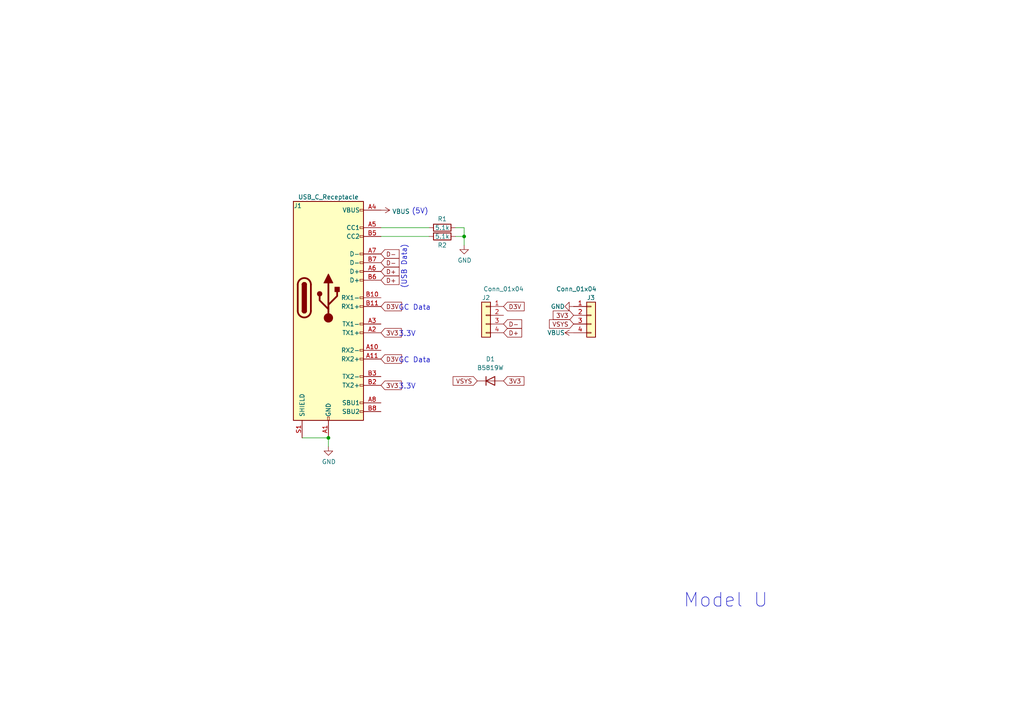
<source format=kicad_sch>
(kicad_sch (version 20211123) (generator eeschema)
  (paper "A4")
  (title_block (title "Model U") (date "2021-09-18") (rev "v3") (company "Crane's Lab"))
  (lib_symbols
    (symbol "Device:D" (pin_numbers hide) (pin_names (offset 1.016) hide)
      (property "Reference" "D" (at 0 2.54 0))
      (property "Value" "D" (at 0 -2.54 0))
      (symbol "D_0_1"
        (polyline (pts (xy -1.27 1.27) (xy -1.27 -1.27)) (stroke (width 0.254)))
        (polyline (pts (xy 1.27 0) (xy -1.27 0)))
        (polyline (pts (xy 1.27 1.27) (xy 1.27 -1.27) (xy -1.27 0) (xy 1.27 1.27)) (stroke (width 0.254)))
      )
      (symbol "D_1_1"
        (pin passive line (at -3.81 0 0) (length 2.54) (name "K") (number "1"))
        (pin passive line (at 3.81 0 180) (length 2.54) (name "A") (number "2"))
      )
    )
    (symbol "Device:R" (pin_numbers hide) (pin_names (offset 0))
      (property "Reference" "R" (at 2.032 0 90))
      (property "Value" "R" (at 0 0 90))
      (symbol "R_0_1"
        (rectangle (start -1.016 -2.54) (end 1.016 2.54) (stroke (width 0.254)))
      )
      (symbol "R_1_1"
        (pin passive line (at 0 3.81 270) (length 1.27) (name "~") (number "1"))
        (pin passive line (at 0 -3.81 90) (length 1.27) (name "~") (number "2"))
      )
    )
    (symbol "Model-U-rescue:Conn_01x04-Model_S" (pin_names (offset 1.016) hide)
      (property "Reference" "J" (at 0 5.08 0))
      (property "Value" "Conn_01x04-Model_S" (at 0 -7.62 0))
      (symbol "Conn_01x04-Model_S_1_1"
        (rectangle (start -1.27 -4.953) (end 0 -5.207) (stroke (width 0.1524)))
        (rectangle (start -1.27 -2.413) (end 0 -2.667) (stroke (width 0.1524)))
        (rectangle (start -1.27 0.127) (end 0 -0.127) (stroke (width 0.1524)))
        (rectangle (start -1.27 2.667) (end 0 2.413) (stroke (width 0.1524)))
        (rectangle (start -1.27 3.81) (end 1.27 -6.35) (stroke (width 0.254)) (fill (type background)))
        (pin passive line (at -5.08 2.54 0) (length 3.81) (name "Pin_1") (number "1"))
        (pin passive line (at -5.08 0 0) (length 3.81) (name "Pin_2") (number "2"))
        (pin passive line (at -5.08 -2.54 0) (length 3.81) (name "Pin_3") (number "3"))
        (pin passive line (at -5.08 -5.08 0) (length 3.81) (name "Pin_4") (number "4"))
      )
    )
    (symbol "Model-U-rescue:GND-Model_S" (power) (pin_names (offset 0))
      (property "Value" "GND-Model_S" (at 0 -3.81 0))
      (symbol "GND-Model_S_0_1"
        (polyline (pts (xy 0 0) (xy 0 -1.27) (xy 1.27 -1.27) (xy 0 -2.54) (xy -1.27 -1.27) (xy 0 -1.27)))
      )
      (symbol "GND-Model_S_1_1"
        (pin power_in line (at 0 0 270) (length 0) hide (name "GND") (number "1"))
      )
    )
    (symbol "Model-U-rescue:USB_C_Receptacle-Model_S" (pin_names (offset 1.016))
      (property "Reference" "J" (at -10.16 29.21 0))
      (property "Value" "USB_C_Receptacle-Model_S" (at 10.16 29.21 0))
      (symbol "USB_C_Receptacle-Model_S_0_0"
        (rectangle (start -0.254 -35.56) (end 0.254 -34.544))
        (rectangle (start 10.16 -32.766) (end 9.144 -33.274))
        (rectangle (start 10.16 -30.226) (end 9.144 -30.734))
        (rectangle (start 10.16 -25.146) (end 9.144 -25.654))
        (rectangle (start 10.16 -22.606) (end 9.144 -23.114))
        (rectangle (start 10.16 -17.526) (end 9.144 -18.034))
        (rectangle (start 10.16 -14.986) (end 9.144 -15.494))
        (rectangle (start 10.16 -9.906) (end 9.144 -10.414))
        (rectangle (start 10.16 -7.366) (end 9.144 -7.874))
        (rectangle (start 10.16 -2.286) (end 9.144 -2.794))
        (rectangle (start 10.16 0.254) (end 9.144 -0.254))
        (rectangle (start 10.16 5.334) (end 9.144 4.826))
        (rectangle (start 10.16 7.874) (end 9.144 7.366))
        (rectangle (start 10.16 10.414) (end 9.144 9.906))
        (rectangle (start 10.16 12.954) (end 9.144 12.446))
        (rectangle (start 10.16 18.034) (end 9.144 17.526))
        (rectangle (start 10.16 20.574) (end 9.144 20.066))
        (rectangle (start 10.16 25.654) (end 9.144 25.146))
      )
      (symbol "USB_C_Receptacle-Model_S_0_1"
        (rectangle (start -10.16 27.94) (end 10.16 -35.56) (stroke (width 0.254)) (fill (type background)))
        (arc (start -8.89 -3.81) (mid -6.985 -5.715) (end -5.08 -3.81) (stroke (width 0.508)))
        (arc (start -7.62 -3.81) (mid -6.985 -4.445) (end -6.35 -3.81) (stroke (width 0.254)))
        (arc (start -7.62 -3.81) (mid -6.985 -4.445) (end -6.35 -3.81) (stroke (width 0.254)) (fill (type outline)))
        (rectangle (start -7.62 -3.81) (end -6.35 3.81) (stroke (width 0.254)) (fill (type outline)))
        (arc (start -6.35 3.81) (mid -6.985 4.445) (end -7.62 3.81) (stroke (width 0.254)))
        (arc (start -6.35 3.81) (mid -6.985 4.445) (end -7.62 3.81) (stroke (width 0.254)) (fill (type outline)))
        (arc (start -5.08 3.81) (mid -6.985 5.715) (end -8.89 3.81) (stroke (width 0.508)))
        (polyline (pts (xy -8.89 -3.81) (xy -8.89 3.81)) (stroke (width 0.508)))
        (polyline (pts (xy -5.08 3.81) (xy -5.08 -3.81)) (stroke (width 0.508)))
      )
      (symbol "USB_C_Receptacle-Model_S_1_1"
        (circle (center -2.54 1.143) (radius 0.635) (stroke (width 0.254)) (fill (type outline)))
        (circle (center 0 -5.842) (radius 1.27) (fill (type outline)))
        (polyline (pts (xy 0 -5.842) (xy 0 4.318)) (stroke (width 0.508)))
        (polyline (pts (xy 0 -3.302) (xy -2.54 -0.762) (xy -2.54 0.508)) (stroke (width 0.508)))
        (polyline (pts (xy 0 -2.032) (xy 2.54 0.508) (xy 2.54 1.778)) (stroke (width 0.508)))
        (polyline (pts (xy -1.27 4.318) (xy 0 6.858) (xy 1.27 4.318) (xy -1.27 4.318)) (stroke (width 0.254)) (fill (type outline)))
        (rectangle (start 1.905 1.778) (end 3.175 3.048) (stroke (width 0.254)) (fill (type outline)))
        (pin passive line (at 0 -40.64 90) (length 5.08) (name "GND") (number "A1"))
        (pin bidirectional line (at 15.24 -15.24 180) (length 5.08) (name "RX2-") (number "A10"))
        (pin bidirectional line (at 15.24 -17.78 180) (length 5.08) (name "RX2+") (number "A11"))
        (pin passive line (at 0 -40.64 90) (length 5.08) hide (name "GND") (number "A12"))
        (pin bidirectional line (at 15.24 -10.16 180) (length 5.08) (name "TX1+") (number "A2"))
        (pin bidirectional line (at 15.24 -7.62 180) (length 5.08) (name "TX1-") (number "A3"))
        (pin passive line (at 15.24 25.4 180) (length 5.08) (name "VBUS") (number "A4"))
        (pin bidirectional line (at 15.24 20.32 180) (length 5.08) (name "CC1") (number "A5"))
        (pin bidirectional line (at 15.24 7.62 180) (length 5.08) (name "D+") (number "A6"))
        (pin bidirectional line (at 15.24 12.7 180) (length 5.08) (name "D-") (number "A7"))
        (pin bidirectional line (at 15.24 -30.48 180) (length 5.08) (name "SBU1") (number "A8"))
        (pin passive line (at 15.24 25.4 180) (length 5.08) hide (name "VBUS") (number "A9"))
        (pin passive line (at 0 -40.64 90) (length 5.08) hide (name "GND") (number "B1"))
        (pin bidirectional line (at 15.24 0 180) (length 5.08) (name "RX1-") (number "B10"))
        (pin bidirectional line (at 15.24 -2.54 180) (length 5.08) (name "RX1+") (number "B11"))
        (pin passive line (at 0 -40.64 90) (length 5.08) hide (name "GND") (number "B12"))
        (pin bidirectional line (at 15.24 -25.4 180) (length 5.08) (name "TX2+") (number "B2"))
        (pin bidirectional line (at 15.24 -22.86 180) (length 5.08) (name "TX2-") (number "B3"))
        (pin passive line (at 15.24 25.4 180) (length 5.08) hide (name "VBUS") (number "B4"))
        (pin bidirectional line (at 15.24 17.78 180) (length 5.08) (name "CC2") (number "B5"))
        (pin bidirectional line (at 15.24 5.08 180) (length 5.08) (name "D+") (number "B6"))
        (pin bidirectional line (at 15.24 10.16 180) (length 5.08) (name "D-") (number "B7"))
        (pin bidirectional line (at 15.24 -33.02 180) (length 5.08) (name "SBU2") (number "B8"))
        (pin passive line (at 15.24 25.4 180) (length 5.08) hide (name "VBUS") (number "B9"))
        (pin passive line (at -7.62 -40.64 90) (length 5.08) (name "SHIELD") (number "S1"))
      )
    )
    (symbol "Model-U-rescue:VBUS-Model_S" (power) (pin_names (offset 0))
      (property "Value" "VBUS-Model_S" (at 0 3.81 0))
      (symbol "VBUS-Model_S_0_1"
        (polyline (pts (xy -0.762 1.27) (xy 0 2.54)))
        (polyline (pts (xy 0 0) (xy 0 2.54)))
        (polyline (pts (xy 0 2.54) (xy 0.762 1.27)))
      )
      (symbol "VBUS-Model_S_1_1"
        (pin power_in line (at 0 0 90) (length 0) hide (name "VBUS") (number "1"))
      )
    )
  )
  (junction (at 134.62 68.58))
  (junction (at 95.25 127))
  (wire (pts (xy 134.62 68.58) (xy 134.62 71.12)))
  (wire (pts (xy 95.25 127) (xy 95.25 129.54)))
  (wire (pts (xy 134.62 66.04) (xy 134.62 68.58)))
  (wire (pts (xy 110.49 68.58) (xy 124.46 68.58)))
  (wire (pts (xy 132.08 68.58) (xy 134.62 68.58)))
  (wire (pts (xy 132.08 66.04) (xy 134.62 66.04)))
  (wire (pts (xy 124.46 66.04) (xy 110.49 66.04)))
  (wire (pts (xy 87.63 127) (xy 95.25 127)))
  (text "3.3V" (at 115.57 97.79 0) (effects (font (size 1.4986 1.4986)) (justify left bottom)))
  (text "3.3V" (at 115.57 113.03 0) (effects (font (size 1.4986 1.4986)) (justify left bottom)))
  (text "(USB Data)" (at 118.11 83.82 90) (effects (font (size 1.4986 1.4986)) (justify left bottom)))
  (text "(5V)" (at 119.38 62.23 0) (effects (font (size 1.4986 1.4986)) (justify left bottom)))
  (text "GC Data" (at 115.57 105.41 0) (effects (font (size 1.4986 1.4986)) (justify left bottom)))
  (text "Model U" (at 198.12 176.53 0) (effects (font (size 3.9878 3.9878)) (justify left bottom)))
  (text "GC Data" (at 115.57 90.17 0) (effects (font (size 1.4986 1.4986)) (justify left bottom)))
  (global_label "VSYS" (shape input) (at 166.37 93.98 180) (property "Intersheet References" "${INTERSHEET_REFS}" (effects hide)))
  (global_label "D-" (shape input) (at 146.05 93.98 0) (property "Intersheet References" "${INTERSHEET_REFS}" (effects hide)))
  (global_label "D3V" (shape input) (at 146.05 88.9 0) (property "Intersheet References" "${INTERSHEET_REFS}" (effects hide)))
  (global_label "VSYS" (shape input) (at 138.43 110.49 180) (property "Intersheet References" "${INTERSHEET_REFS}" (effects hide)))
  (global_label "3V3" (shape input) (at 146.05 110.49 0) (property "Intersheet References" "${INTERSHEET_REFS}" (effects hide)))
  (global_label "D+" (shape input) (at 146.05 96.52 0) (property "Intersheet References" "${INTERSHEET_REFS}" (effects hide)))
  (global_label "D+" (shape input) (at 110.49 78.74 0) (property "Intersheet References" "${INTERSHEET_REFS}" (effects hide)))
  (global_label "3V3" (shape input) (at 166.37 91.44 180) (property "Intersheet References" "${INTERSHEET_REFS}" (effects hide)))
  (global_label "3V3" (shape input) (at 110.49 96.52 0) (property "Intersheet References" "${INTERSHEET_REFS}" (effects hide)))
  (global_label "3V3" (shape input) (at 110.49 111.76 0) (property "Intersheet References" "${INTERSHEET_REFS}" (effects hide)))
  (global_label "D+" (shape input) (at 110.49 81.28 0) (property "Intersheet References" "${INTERSHEET_REFS}" (effects hide)))
  (global_label "D3V" (shape input) (at 110.49 88.9 0) (property "Intersheet References" "${INTERSHEET_REFS}" (effects hide)))
  (global_label "D-" (shape input) (at 110.49 76.2 0) (property "Intersheet References" "${INTERSHEET_REFS}" (effects hide)))
  (global_label "D-" (shape input) (at 110.49 73.66 0) (property "Intersheet References" "${INTERSHEET_REFS}" (effects hide)))
  (global_label "D3V" (shape input) (at 110.49 104.14 0) (property "Intersheet References" "${INTERSHEET_REFS}" (effects hide)))
  (symbol (lib_id "Model-U-rescue:USB_C_Receptacle-Model_S") (at 95.25 86.36 0) (unit 1)
    (property "Reference" "J1" (at 86.36 59.69 0))
    (property "Value" "USB_C_Receptacle" (at 95.25 57.15 0))
    (property "Footprint" "Model_S:1054500101" (effects hide))
    (property "Datasheet" "https://datasheet.lcsc.com/lcsc/1912111437_SHOU-HAN-TYPE-C-24P-QCHT_C456013.pdf" (effects hide))
    (property "LCSC" "C456013" (effects hide))
  )
  (symbol (lib_id "Model-U-rescue:VBUS-Model_S") (at 110.49 60.96 270) (unit 1)
    (property "Reference" "#PWR0125" (effects hide))
    (property "Value" "VBUS" (at 113.7412 61.341 90) (effects (justify left)))
  )
  (symbol (lib_id "Model-U-rescue:GND-Model_S") (at 95.25 129.54 0) (unit 1)
    (property "Reference" "#PWR0122" (effects hide))
    (property "Value" "GND" (at 95.377 133.9342 0))
  )
  (symbol (lib_id "Model-U-rescue:Conn_01x04-Model_S") (at 140.97 91.44 0) (mirror y) (unit 1)
    (property "Reference" "J2" (at 140.97 86.36 0))
    (property "Value" "Conn_01x04" (at 146.05 83.82 0))
    (property "Footprint" "Model_S:PinHeader_1x04_P2.54mm_Vertical" (effects hide))
  )
  (symbol (lib_id "Model-U-rescue:Conn_01x04-Model_S") (at 171.45 91.44 0) (unit 1)
    (property "Reference" "J3" (at 170.18 86.36 0) (effects (justify left)))
    (property "Value" "Conn_01x04" (at 161.29 83.82 0) (effects (justify left)))
    (property "Footprint" "Model_S:PinHeader_1x04_P2.54mm_Vertical" (effects hide))
  )
  (symbol (lib_id "Model-U-rescue:GND-Model_S") (at 166.37 88.9 270) (unit 1)
    (property "Reference" "#PWR0101" (effects hide))
    (property "Value" "GND" (at 163.83 88.9 90) (effects (justify right)))
  )
  (symbol (lib_id "Model-U-rescue:VBUS-Model_S") (at 166.37 96.52 90) (unit 1)
    (property "Reference" "#PWR0102" (effects hide))
    (property "Value" "VBUS" (at 163.83 96.52 90) (effects (justify left)))
  )
  (symbol (lib_id "Device:R") (at 128.27 66.04 270) (unit 1)
    (property "Reference" "R1" (at 128.27 63.5 90))
    (property "Value" "5.1k" (at 128.27 66.04 90))
    (property "Footprint" "Resistor_SMD:R_0603_1608Metric" (effects hide))
    (property "LCSC" "C23186" (effects hide))
  )
  (symbol (lib_id "Device:R") (at 128.27 68.58 90) (unit 1)
    (property "Reference" "R2" (at 128.27 71.12 90))
    (property "Value" "5.1k" (at 128.27 68.58 90))
    (property "Footprint" "Resistor_SMD:R_0603_1608Metric" (effects hide))
    (property "LCSC" "C23186" (effects hide))
  )
  (symbol (lib_id "Model-U-rescue:GND-Model_S") (at 134.62 71.12 0) (unit 1)
    (property "Reference" "#PWR0103" (effects hide))
    (property "Value" "GND" (at 134.747 75.5142 0))
  )
  (symbol (lib_id "Device:D") (at 142.24 110.49 0) (unit 1)
    (property "Reference" "D1" (at 142.24 104.14 0))
    (property "Value" "B5819W" (at 142.24 106.68 0))
    (property "Footprint" "Diode_SMD:D_SOD-123" (effects hide))
    (property "LCSC" "C8598" (effects hide))
  )
)
</source>
